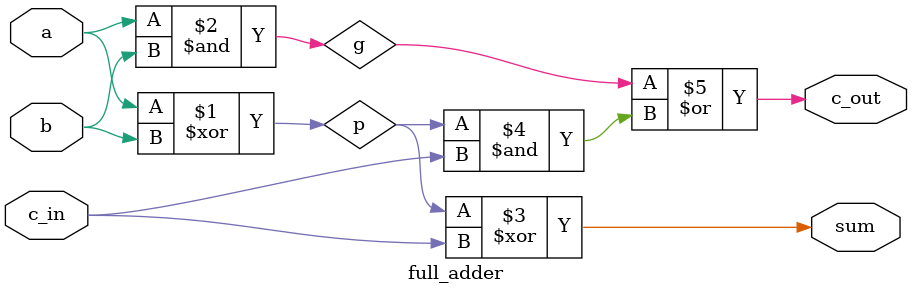
<source format=sv>
`timescale 1ns/1ps
module full_adder
            #(parameter W = 1)
            (input logic [W-1:0] a, b, c_in,
            output logic [W-1:0] sum, c_out);
            logic [W-1:0] p, g;
                        assign p = a ^ b;
                        assign g = a & b;
            assign sum = p ^ c_in;
            assign c_out = g | (p & c_in);
endmodule
	

</source>
